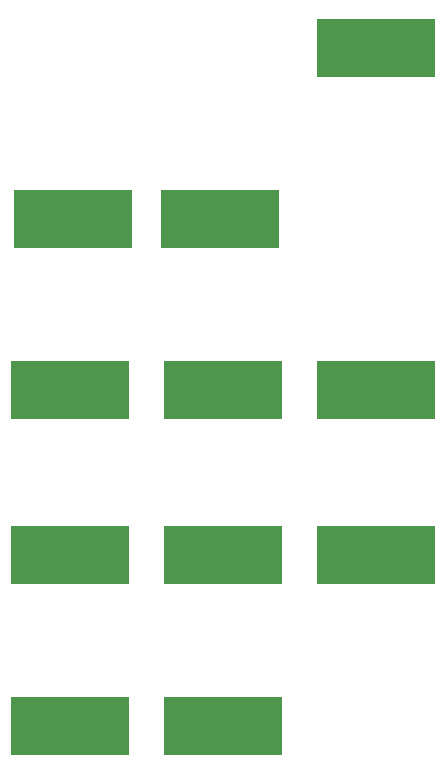
<source format=gbr>
G04 #@! TF.GenerationSoftware,KiCad,Pcbnew,5.0.1*
G04 #@! TF.CreationDate,2019-03-20T13:16:04+05:30*
G04 #@! TF.ProjectId,switches,73776974636865732E6B696361645F70,rev?*
G04 #@! TF.SameCoordinates,Original*
G04 #@! TF.FileFunction,Paste,Bot*
G04 #@! TF.FilePolarity,Positive*
%FSLAX46Y46*%
G04 Gerber Fmt 4.6, Leading zero omitted, Abs format (unit mm)*
G04 Created by KiCad (PCBNEW 5.0.1) date Wed 20 Mar 2019 01:16:04 PM IST*
%MOMM*%
%LPD*%
G01*
G04 APERTURE LIST*
%ADD10R,10.000000X5.000000*%
G04 APERTURE END LIST*
D10*
G04 #@! TO.C,J12*
X135636000Y-104648000D03*
G04 #@! TD*
G04 #@! TO.C,J11*
X135636000Y-90678000D03*
G04 #@! TD*
G04 #@! TO.C,J10*
X122682000Y-119126000D03*
G04 #@! TD*
G04 #@! TO.C,J9*
X122682000Y-104648000D03*
G04 #@! TD*
G04 #@! TO.C,J8*
X122682000Y-90678000D03*
G04 #@! TD*
G04 #@! TO.C,J7*
X122428000Y-76200000D03*
G04 #@! TD*
G04 #@! TO.C,J6*
X109728000Y-119126000D03*
G04 #@! TD*
G04 #@! TO.C,J5*
X109728000Y-104648000D03*
G04 #@! TD*
G04 #@! TO.C,J4*
X109728000Y-90678000D03*
G04 #@! TD*
G04 #@! TO.C,J3*
X109982000Y-76200000D03*
G04 #@! TD*
G04 #@! TO.C,J2*
X135636000Y-61722000D03*
G04 #@! TD*
M02*

</source>
